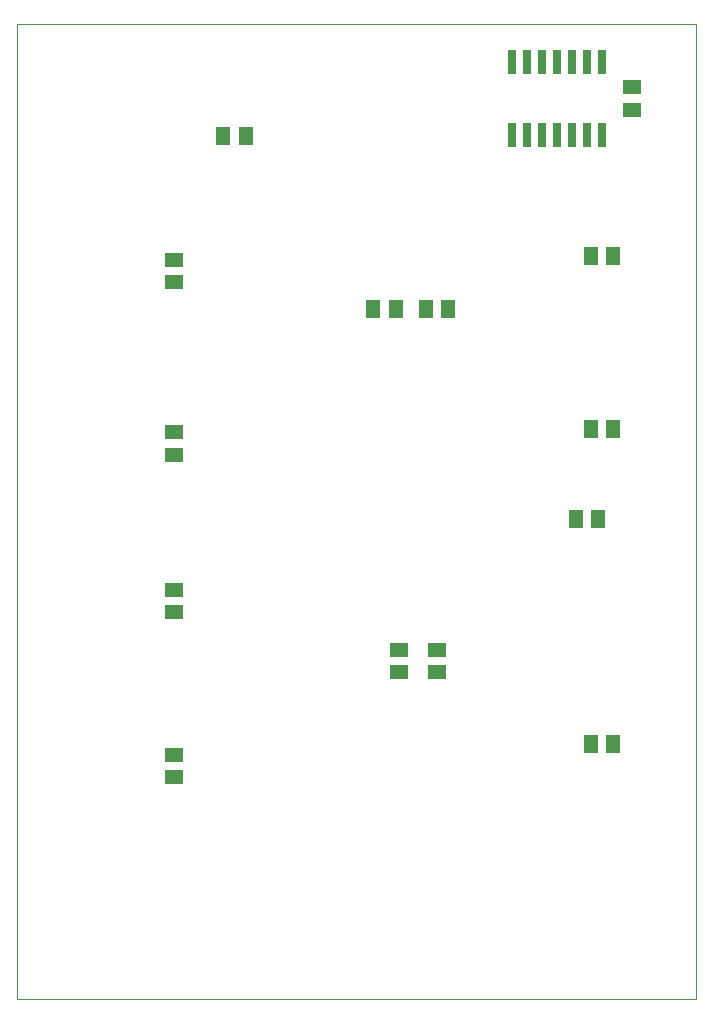
<source format=gbp>
G75*
%MOIN*%
%OFA0B0*%
%FSLAX25Y25*%
%IPPOS*%
%LPD*%
%AMOC8*
5,1,8,0,0,1.08239X$1,22.5*
%
%ADD10C,0.00000*%
%ADD11R,0.05118X0.05906*%
%ADD12R,0.05906X0.05118*%
%ADD13R,0.02600X0.08000*%
D10*
X0001000Y0001000D02*
X0001000Y0325961D01*
X0227201Y0325961D01*
X0227201Y0001000D01*
X0001000Y0001000D01*
D11*
X0119760Y0231000D03*
X0127240Y0231000D03*
X0137260Y0231000D03*
X0144740Y0231000D03*
X0192260Y0248500D03*
X0199740Y0248500D03*
X0199740Y0191000D03*
X0192260Y0191000D03*
X0194740Y0161000D03*
X0187260Y0161000D03*
X0192260Y0086000D03*
X0199740Y0086000D03*
X0077240Y0288500D03*
X0069760Y0288500D03*
D12*
X0053500Y0247240D03*
X0053500Y0239760D03*
X0053500Y0189740D03*
X0053500Y0182260D03*
X0053500Y0137240D03*
X0053500Y0129760D03*
X0053500Y0082240D03*
X0053500Y0074760D03*
X0128500Y0109760D03*
X0128500Y0117240D03*
X0141000Y0117240D03*
X0141000Y0109760D03*
X0206000Y0297260D03*
X0206000Y0304740D03*
D13*
X0196000Y0313100D03*
X0191000Y0313100D03*
X0186000Y0313100D03*
X0181000Y0313100D03*
X0176000Y0313100D03*
X0171000Y0313100D03*
X0166000Y0313100D03*
X0166000Y0288900D03*
X0171000Y0288900D03*
X0176000Y0288900D03*
X0181000Y0288900D03*
X0186000Y0288900D03*
X0191000Y0288900D03*
X0196000Y0288900D03*
M02*

</source>
